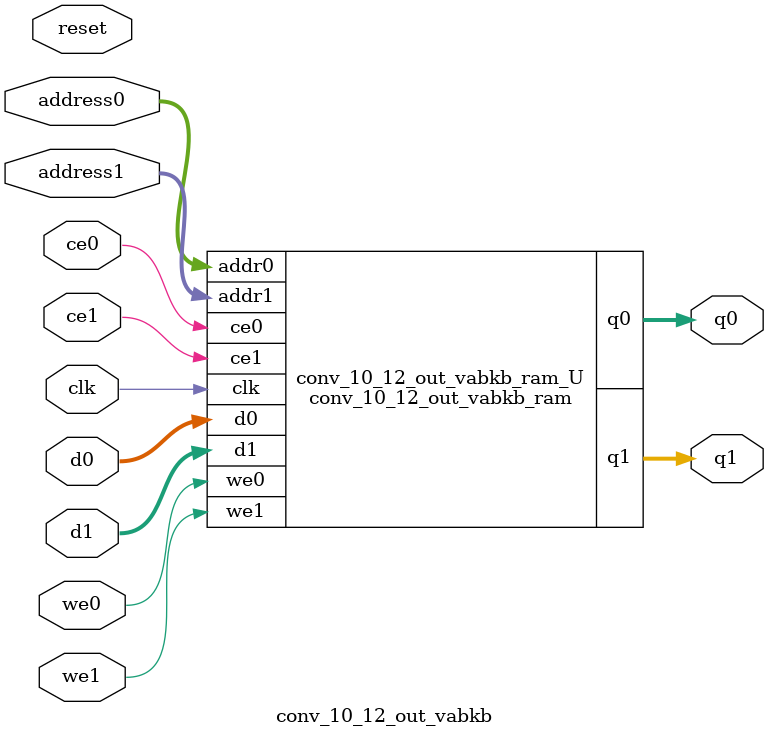
<source format=v>

`timescale 1 ns / 1 ps
module conv_10_12_out_vabkb_ram (addr0, ce0, d0, we0, q0, addr1, ce1, d1, we1, q1,  clk);

parameter DWIDTH = 16;
parameter AWIDTH = 5;
parameter MEM_SIZE = 32;

input[AWIDTH-1:0] addr0;
input ce0;
input[DWIDTH-1:0] d0;
input we0;
output reg[DWIDTH-1:0] q0;
input[AWIDTH-1:0] addr1;
input ce1;
input[DWIDTH-1:0] d1;
input we1;
output reg[DWIDTH-1:0] q1;
input clk;

(* ram_style = "block" *)reg [DWIDTH-1:0] ram[0:MEM_SIZE-1];




always @(posedge clk)  
begin 
    if (ce0) 
    begin
        if (we0) 
        begin 
            ram[addr0] <= d0; 
            q0 <= d0;
        end 
        else 
            q0 <= ram[addr0];
    end
end


always @(posedge clk)  
begin 
    if (ce1) 
    begin
        if (we1) 
        begin 
            ram[addr1] <= d1; 
            q1 <= d1;
        end 
        else 
            q1 <= ram[addr1];
    end
end


endmodule


`timescale 1 ns / 1 ps
module conv_10_12_out_vabkb(
    reset,
    clk,
    address0,
    ce0,
    we0,
    d0,
    q0,
    address1,
    ce1,
    we1,
    d1,
    q1);

parameter DataWidth = 32'd16;
parameter AddressRange = 32'd32;
parameter AddressWidth = 32'd5;
input reset;
input clk;
input[AddressWidth - 1:0] address0;
input ce0;
input we0;
input[DataWidth - 1:0] d0;
output[DataWidth - 1:0] q0;
input[AddressWidth - 1:0] address1;
input ce1;
input we1;
input[DataWidth - 1:0] d1;
output[DataWidth - 1:0] q1;



conv_10_12_out_vabkb_ram conv_10_12_out_vabkb_ram_U(
    .clk( clk ),
    .addr0( address0 ),
    .ce0( ce0 ),
    .d0( d0 ),
    .we0( we0 ),
    .q0( q0 ),
    .addr1( address1 ),
    .ce1( ce1 ),
    .d1( d1 ),
    .we1( we1 ),
    .q1( q1 ));

endmodule


</source>
